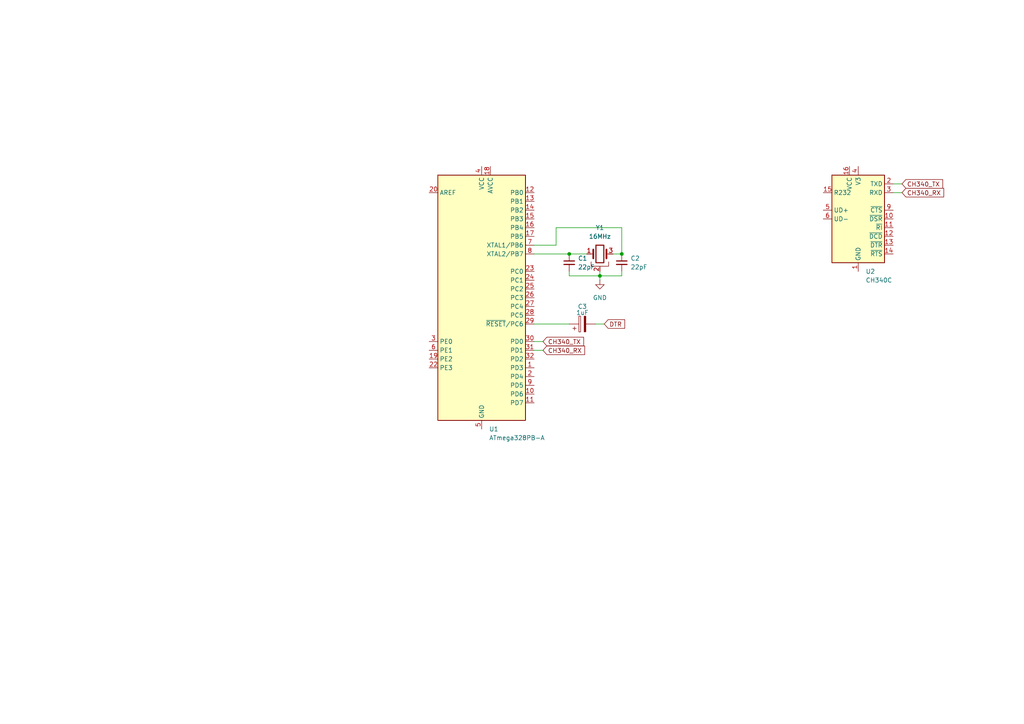
<source format=kicad_sch>
(kicad_sch (version 20250114) (generator "eeschema") (generator_version "9.0")
  (paper "A4")
  (lib_symbols
    (symbol "Device:C_Polarized" (pin_numbers (hide yes)) (pin_names (offset 0.254))
      (property "Reference" "C" (at 0.635 2.54 0))
      (property "Value" "C_Polarized" (at 0.635 -2.54 0))
      (symbol "C_Polarized_0_1"
        (rectangle (start -2.286 0.508) (end 2.286 1.016))
        (polyline (pts (xy -1.778 2.286) (xy -0.762 2.286)))
        (polyline (pts (xy -1.27 2.794) (xy -1.27 1.778)))
        (rectangle (start 2.286 -0.508) (end -2.286 -1.016) (fill (type outline)))
      )
      (symbol "C_Polarized_1_1"
        (pin passive line (at 0 3.81 270) (length 2.794) (name "~") (number "1"))
        (pin passive line (at 0 -3.81 90) (length 2.794) (name "~") (number "2"))
      )
    )
    (symbol "Device:C_Small" (pin_numbers (hide yes)) (pin_names (offset 0.254) (hide yes))
      (property "Reference" "C" (at 0.254 1.778 0))
      (property "Value" "C_Small" (at 0.254 -2.032 0))
      (symbol "C_Small_0_1"
        (polyline (pts (xy -1.524 0.508) (xy 1.524 0.508)) (stroke (width 0.3048)))
        (polyline (pts (xy -1.524 -0.508) (xy 1.524 -0.508)) (stroke (width 0.3302)))
      )
      (symbol "C_Small_1_1"
        (pin passive line (at 0 2.54 270) (length 2.032) (name "~") (number "1"))
        (pin passive line (at 0 -2.54 90) (length 2.032) (name "~") (number "2"))
      )
    )
    (symbol "Device:Crystal_GND2" (pin_names (offset 1.016) (hide yes))
      (property "Reference" "Y" (at 0 5.715 0))
      (property "Value" "Crystal_GND2" (at 0 3.81 0))
      (symbol "Crystal_GND2_0_1"
        (polyline (pts (xy -2.54 0) (xy -1.905 0)))
        (polyline (pts (xy -2.54 -2.286) (xy -2.54 -3.556) (xy 2.54 -3.556) (xy 2.54 -2.286)))
        (polyline (pts (xy -1.905 -1.27) (xy -1.905 1.27)) (stroke (width 0.508)))
        (rectangle (start -1.143 2.54) (end 1.143 -2.54) (stroke (width 0.3048)))
        (polyline (pts (xy 0 -3.81) (xy 0 -3.556)))
        (polyline (pts (xy 1.905 1.27) (xy 1.905 -1.27)) (stroke (width 0.508)))
        (polyline (pts (xy 1.905 0) (xy 2.54 0)))
      )
      (symbol "Crystal_GND2_1_1"
        (pin passive line (at -3.81 0 0) (length 1.27) (name "1") (number "1"))
        (pin passive line (at 0 -5.08 90) (length 1.27) (name "2") (number "2"))
        (pin passive line (at 3.81 0 180) (length 1.27) (name "3") (number "3"))
      )
    )
    (symbol "Interface_USB:CH340C"
      (property "Reference" "U" (at -5.08 13.97 0))
      (property "Value" "CH340C" (at 1.27 13.97 0))
      (symbol "CH340C_0_1"
        (rectangle (start -7.62 12.7) (end 7.62 -12.7) (stroke (width 0.254)) (fill (type background)))
      )
      (symbol "CH340C_1_1"
        (pin input line (at -10.16 7.62 0) (length 2.54) (name "R232") (number "15"))
        (pin bidirectional line (at -10.16 2.54 0) (length 2.54) (name "UD+") (number "5"))
        (pin bidirectional line (at -10.16 0 0) (length 2.54) (name "UD-") (number "6"))
        (pin no_connect line (at -7.62 -5.08 0) (length 2.54) (hide yes) (name "NC") (number "7"))
        (pin no_connect line (at -7.62 -7.62 0) (length 2.54) (hide yes) (name "NC") (number "8"))
        (pin power_in line (at -2.54 15.24 270) (length 2.54) (name "VCC") (number "16"))
        (pin power_out line (at 0 15.24 270) (length 2.54) (name "V3") (number "4"))
        (pin power_in line (at 0 -15.24 90) (length 2.54) (name "GND") (number "1"))
        (pin output line (at 10.16 10.16 180) (length 2.54) (name "TXD") (number "2"))
        (pin input line (at 10.16 7.62 180) (length 2.54) (name "RXD") (number "3"))
        (pin input line (at 10.16 2.54 180) (length 2.54) (name "~{CTS}") (number "9"))
        (pin input line (at 10.16 0 180) (length 2.54) (name "~{DSR}") (number "10"))
        (pin input line (at 10.16 -2.54 180) (length 2.54) (name "~{RI}") (number "11"))
        (pin input line (at 10.16 -5.08 180) (length 2.54) (name "~{DCD}") (number "12"))
        (pin output line (at 10.16 -7.62 180) (length 2.54) (name "~{DTR}") (number "13"))
        (pin output line (at 10.16 -10.16 180) (length 2.54) (name "~{RTS}") (number "14"))
      )
    )
    (symbol "MCU_Microchip_ATmega:ATmega328PB-A"
      (property "Reference" "U" (at -12.7 36.83 0))
      (property "Value" "ATmega328PB-A" (at 2.54 -36.83 0))
      (symbol "ATmega328PB-A_0_1"
        (rectangle (start -12.7 -35.56) (end 12.7 35.56) (stroke (width 0.254)) (fill (type background)))
      )
      (symbol "ATmega328PB-A_1_1"
        (pin passive line (at -15.24 30.48 0) (length 2.54) (name "AREF") (number "20"))
        (pin bidirectional line (at -15.24 -12.7 0) (length 2.54) (name "PE0") (number "3"))
        (pin bidirectional line (at -15.24 -15.24 0) (length 2.54) (name "PE1") (number "6"))
        (pin bidirectional line (at -15.24 -17.78 0) (length 2.54) (name "PE2") (number "19"))
        (pin bidirectional line (at -15.24 -20.32 0) (length 2.54) (name "PE3") (number "22"))
        (pin power_in line (at 0 38.1 270) (length 2.54) (name "VCC") (number "4"))
        (pin passive line (at 0 -38.1 90) (length 2.54) (hide yes) (name "GND") (number "21"))
        (pin power_in line (at 0 -38.1 90) (length 2.54) (name "GND") (number "5"))
        (pin power_in line (at 2.54 38.1 270) (length 2.54) (name "AVCC") (number "18"))
        (pin bidirectional line (at 15.24 30.48 180) (length 2.54) (name "PB0") (number "12"))
        (pin bidirectional line (at 15.24 27.94 180) (length 2.54) (name "PB1") (number "13"))
        (pin bidirectional line (at 15.24 25.4 180) (length 2.54) (name "PB2") (number "14"))
        (pin bidirectional line (at 15.24 22.86 180) (length 2.54) (name "PB3") (number "15"))
        (pin bidirectional line (at 15.24 20.32 180) (length 2.54) (name "PB4") (number "16"))
        (pin bidirectional line (at 15.24 17.78 180) (length 2.54) (name "PB5") (number "17"))
        (pin bidirectional line (at 15.24 15.24 180) (length 2.54) (name "XTAL1/PB6") (number "7"))
        (pin bidirectional line (at 15.24 12.7 180) (length 2.54) (name "XTAL2/PB7") (number "8"))
        (pin bidirectional line (at 15.24 7.62 180) (length 2.54) (name "PC0") (number "23"))
        (pin bidirectional line (at 15.24 5.08 180) (length 2.54) (name "PC1") (number "24"))
        (pin bidirectional line (at 15.24 2.54 180) (length 2.54) (name "PC2") (number "25"))
        (pin bidirectional line (at 15.24 0 180) (length 2.54) (name "PC3") (number "26"))
        (pin bidirectional line (at 15.24 -2.54 180) (length 2.54) (name "PC4") (number "27"))
        (pin bidirectional line (at 15.24 -5.08 180) (length 2.54) (name "PC5") (number "28"))
        (pin bidirectional line (at 15.24 -7.62 180) (length 2.54) (name "~{RESET}/PC6") (number "29"))
        (pin bidirectional line (at 15.24 -12.7 180) (length 2.54) (name "PD0") (number "30"))
        (pin bidirectional line (at 15.24 -15.24 180) (length 2.54) (name "PD1") (number "31"))
        (pin bidirectional line (at 15.24 -17.78 180) (length 2.54) (name "PD2") (number "32"))
        (pin bidirectional line (at 15.24 -20.32 180) (length 2.54) (name "PD3") (number "1"))
        (pin bidirectional line (at 15.24 -22.86 180) (length 2.54) (name "PD4") (number "2"))
        (pin bidirectional line (at 15.24 -25.4 180) (length 2.54) (name "PD5") (number "9"))
        (pin bidirectional line (at 15.24 -27.94 180) (length 2.54) (name "PD6") (number "10"))
        (pin bidirectional line (at 15.24 -30.48 180) (length 2.54) (name "PD7") (number "11"))
      )
    )
    (symbol "power:GND" (power) (pin_numbers (hide yes)) (pin_names (offset 0) (hide yes))
      (property "Value" "GND" (at 0 -3.81 0))
      (symbol "GND_0_1"
        (polyline (pts (xy 0 0) (xy 0 -1.27) (xy 1.27 -1.27) (xy 0 -2.54) (xy -1.27 -1.27) (xy 0 -1.27)))
      )
      (symbol "GND_1_1"
        (pin power_in line (at 0 0 270) (length 0) (name "~") (number "1"))
      )
    )
  )
  (junction (at 165.1 73.66))
  (junction (at 173.99 80.01))
  (junction (at 180.34 73.66))
  (wire (pts (xy 172.72 93.98) (xy 175.26 93.98)))
  (wire (pts (xy 180.34 73.66) (xy 177.8 73.66)))
  (wire (pts (xy 173.99 78.74) (xy 173.99 80.01)))
  (wire (pts (xy 261.62 53.34) (xy 259.08 53.34)))
  (wire (pts (xy 173.99 80.01) (xy 173.99 81.28)))
  (wire (pts (xy 154.94 93.98) (xy 165.1 93.98)))
  (wire (pts (xy 161.29 71.12) (xy 161.29 66.04)))
  (wire (pts (xy 161.29 66.04) (xy 180.34 66.04)))
  (wire (pts (xy 180.34 78.74) (xy 180.34 80.01)))
  (wire (pts (xy 154.94 99.06) (xy 157.48 99.06)))
  (wire (pts (xy 180.34 80.01) (xy 173.99 80.01)))
  (wire (pts (xy 165.1 73.66) (xy 170.18 73.66)))
  (wire (pts (xy 180.34 66.04) (xy 180.34 73.66)))
  (wire (pts (xy 165.1 80.01) (xy 173.99 80.01)))
  (wire (pts (xy 154.94 71.12) (xy 161.29 71.12)))
  (wire (pts (xy 154.94 101.6) (xy 157.48 101.6)))
  (wire (pts (xy 165.1 78.74) (xy 165.1 80.01)))
  (wire (pts (xy 261.62 55.88) (xy 259.08 55.88)))
  (wire (pts (xy 154.94 73.66) (xy 165.1 73.66)))
  (global_label "DTR" (shape input) (at 175.26 93.98 0) (property "Intersheetrefs" "${INTERSHEET_REFS}" (effects (hide yes))))
  (global_label "CH340_TX" (shape input) (at 157.48 99.06 0) (property "Intersheetrefs" "${INTERSHEET_REFS}" (effects (hide yes))))
  (global_label "CH340_TX" (shape input) (at 261.62 53.34 0) (property "Intersheetrefs" "${INTERSHEET_REFS}" (effects (hide yes))))
  (global_label "CH340_RX" (shape input) (at 157.48 101.6 0) (property "Intersheetrefs" "${INTERSHEET_REFS}" (effects (hide yes))))
  (global_label "CH340_RX" (shape input) (at 261.62 55.88 0) (property "Intersheetrefs" "${INTERSHEET_REFS}" (effects (hide yes))))
  (symbol (lib_id "Device:C_Small") (at 180.34 76.2 0) (unit 1)
    (property "Reference" "C2" (at 182.88 74.9362 0) (effects (justify left)))
    (property "Value" "22pF" (at 182.88 77.4762 0) (effects (justify left)))
    (property "Description" "Unpolarized capacitor, small symbol" (effects (hide yes)))
  )
  (symbol (lib_id "Interface_USB:CH340C") (at 248.92 63.5 0) (unit 1)
    (property "Reference" "U2" (at 251.0633 78.74 0) (effects (justify left)))
    (property "Value" "CH340C" (at 251.0633 81.28 0) (effects (justify left)))
    (property "Footprint" "Package_SO:SOIC-16_3.9x9.9mm_P1.27mm" (effects (hide yes)))
    (property "Datasheet" "https://datasheet.lcsc.com/szlcsc/Jiangsu-Qin-Heng-CH340C_C84681.pdf" (effects (hide yes)))
    (property "Description" "USB serial converter, crystal-less, UART, SOIC-16" (effects (hide yes)))
  )
  (symbol (lib_id "power:GND") (at 173.99 81.28 0) (unit 1)
    (property "Reference" "#PWR01" (effects (hide yes)))
    (property "Value" "GND" (at 173.99 86.36 0))
    (property "Description" "Power symbol creates a global label with name \"GND\" , ground" (effects (hide yes)))
  )
  (symbol (lib_id "Device:C_Small") (at 165.1 76.2 0) (unit 1)
    (property "Reference" "C1" (at 167.64 74.9362 0) (effects (justify left)))
    (property "Value" "22pF" (at 167.64 77.4762 0) (effects (justify left)))
    (property "Description" "Unpolarized capacitor, small symbol" (effects (hide yes)))
  )
  (symbol (lib_id "Device:Crystal_GND2") (at 173.99 73.66 0) (unit 1)
    (property "Reference" "Y1" (at 173.99 66.04 0))
    (property "Value" "16MHz" (at 173.99 68.58 0))
    (property "Description" "Three pin crystal, GND on pin 2" (effects (hide yes)))
  )
  (symbol (lib_id "MCU_Microchip_ATmega:ATmega328PB-A") (at 139.7 86.36 0) (unit 1)
    (property "Reference" "U1" (at 141.8433 124.46 0) (effects (justify left)))
    (property "Value" "ATmega328PB-A" (at 141.8433 127 0) (effects (justify left)))
    (property "Footprint" "Package_QFP:TQFP-32_7x7mm_P0.8mm" (effects (hide yes)))
    (property "Datasheet" "http://ww1.microchip.com/downloads/en/DeviceDoc/40001906C.pdf" (effects (hide yes)))
    (property "Description" "20MHz, 32kB Flash, 2kB SRAM, 1kB EEPROM, TQFP-32" (effects (hide yes)))
  )
  (symbol (lib_id "Device:C_Polarized") (at 168.91 93.98 90) (unit 1)
    (property "Reference" "C3" (at 168.91 88.9 90))
    (property "Value" "1uF" (at 168.91 90.678 90))
    (property "Description" "Polarized capacitor" (effects (hide yes)))
  )
)
</source>
